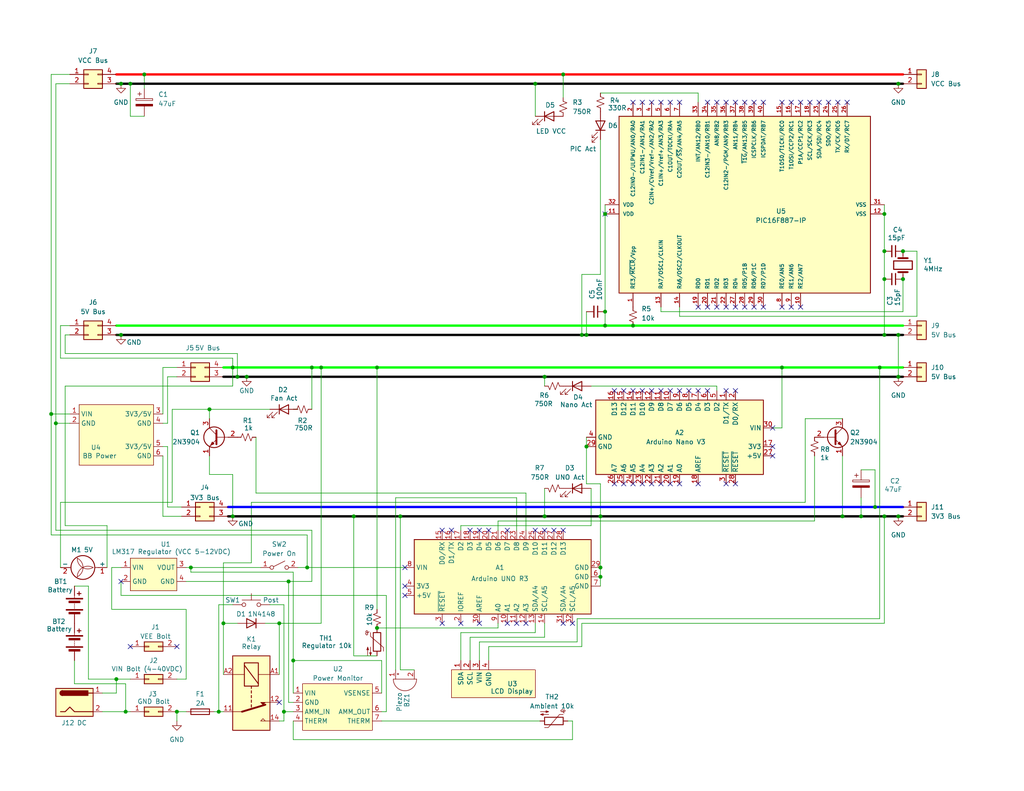
<source format=kicad_sch>
(kicad_sch (version 20250114) (generator "eeschema") (generator_version "9.0")
  (paper "USLetter")
  (title_block (title "Board") (date "2024-04-15") (rev "1") (company "Illusion Interactive"))
  (lib_symbols
    (symbol "Connector:Jack-DC" (pin_names (offset 1.016))
      (property "Reference" "J" (at 0 5.334 0))
      (property "Value" "Jack-DC" (at 0 -5.08 0))
      (symbol "Jack-DC_1_1"
        (pin passive line (at 7.62 2.54 180) (length 2.54) (name "~") (number "1"))
        (pin passive line (at 7.62 -2.54 180) (length 2.54) (name "~") (number "2"))
      )
    )
    (symbol "Connector_Generic:Conn_01x02" (pin_names (offset 1.016) (hide yes))
      (property "Reference" "J" (at 0 2.54 0))
      (property "Value" "Conn_01x02" (at 0 -5.08 0))
      (symbol "Conn_01x02_1_1"
        (pin passive line (at -5.08 0 0) (length 3.81) (name "Pin_1") (number "1"))
        (pin passive line (at -5.08 -2.54 0) (length 3.81) (name "Pin_2") (number "2"))
      )
    )
    (symbol "Connector_Generic:Conn_02x01" (pin_names (offset 1.016) (hide yes))
      (property "Reference" "J" (at 1.27 2.54 0))
      (property "Value" "Conn_02x01" (at 1.27 -2.54 0))
      (symbol "Conn_02x01_1_1"
        (pin passive line (at -5.08 0 0) (length 3.81) (name "Pin_1") (number "1"))
        (pin passive line (at 7.62 0 180) (length 3.81) (name "Pin_2") (number "2"))
      )
    )
    (symbol "Connector_Generic:Conn_02x02_Counter_Clockwise" (pin_names (offset 1.016) (hide yes))
      (property "Reference" "J" (at 1.27 2.54 0))
      (property "Value" "Conn_02x02_Counter_Clockwise" (at 1.27 -5.08 0))
      (symbol "Conn_02x02_Counter_Clockwise_1_1"
        (pin passive line (at -5.08 0 0) (length 3.81) (name "Pin_1") (number "1"))
        (pin passive line (at -5.08 -2.54 0) (length 3.81) (name "Pin_2") (number "2"))
        (pin passive line (at 7.62 0 180) (length 3.81) (name "Pin_4") (number "4"))
        (pin passive line (at 7.62 -2.54 180) (length 3.81) (name "Pin_3") (number "3"))
      )
    )
    (symbol "Custom:Breadboard_Power"
      (property "Reference" "U" (at 0 0 0))
      (symbol "Breadboard_Power_1_1"
        (pin input line (at -12.7 -5.08 0) (length 2.54) (name "VIN") (number "1"))
        (pin input line (at -12.7 -7.62 0) (length 2.54) (name "GND") (number "2"))
        (pin output line (at 12.7 -5.08 180) (length 2.54) (name "3V3/5V") (number "3"))
        (pin output line (at 12.7 -7.62 180) (length 2.54) (name "GND") (number "4"))
        (pin output line (at 12.7 -13.97 180) (length 2.54) (name "3V3/5V") (number "5"))
        (pin output line (at 12.7 -16.51 180) (length 2.54) (name "GND") (number "6"))
      )
    )
    (symbol "Custom:LCD"
      (property "Reference" "U" (at 3.81 0.254 0))
      (symbol "LCD_1_1"
        (pin input line (at -8.89 1.27 270) (length 2.54) (name "SDA") (number "1"))
        (pin input line (at -6.35 1.27 270) (length 2.54) (name "SCL") (number "2"))
        (pin input line (at -3.81 1.27 270) (length 2.54) (name "VIN") (number "3"))
        (pin input line (at -1.27 1.27 270) (length 2.54) (name "GND") (number "4"))
      )
    )
    (symbol "Custom:Power_Monitor"
      (property "Reference" "U" (at 1.27 16.002 0))
      (symbol "Power_Monitor_1_1"
        (pin input line (at -10.16 11.43 0) (length 2.54) (name "VIN") (number "1"))
        (pin input line (at -10.16 8.89 0) (length 2.54) (name "GND") (number "2"))
        (pin input line (at -10.16 6.35 0) (length 2.54) (name "AMM_IN") (number "3"))
        (pin input line (at -10.16 3.81 0) (length 2.54) (name "THERM") (number "4"))
        (pin input line (at 13.97 11.43 180) (length 2.54) (name "VSENSE") (number "5"))
        (pin input line (at 13.97 6.35 180) (length 2.54) (name "AMM_OUT") (number "6"))
        (pin input line (at 13.97 3.81 180) (length 2.54) (name "THERM") (number "7"))
      )
    )
    (symbol "Custom:Voltage_Regulator"
      (property "Reference" "U" (at 0.508 -0.762 0))
      (symbol "Voltage_Regulator_1_1"
        (pin input line (at -7.62 -5.08 0) (length 2.54) (name "VIN") (number "1"))
        (pin input line (at -7.62 -8.89 0) (length 2.54) (name "GND") (number "2"))
        (pin output line (at 10.16 -5.08 180) (length 2.54) (name "VOUT") (number "3"))
        (pin output line (at 10.16 -8.89 180) (length 2.54) (name "GND") (number "4"))
      )
    )
    (symbol "Device:Battery" (pin_numbers (hide yes)) (pin_names (offset 0) (hide yes))
      (property "Reference" "BT" (at 2.54 2.54 0))
      (property "Value" "Battery" (at 2.54 0 0))
      (symbol "Battery_1_1"
        (pin passive line (at 0 5.08 270) (length 2.54) (name "+") (number "1"))
        (pin passive line (at 0 -5.08 90) (length 2.54) (name "-") (number "2"))
      )
    )
    (symbol "Device:Buzzer" (pin_names (offset 0.0254) (hide yes))
      (property "Reference" "BZ" (at 3.81 1.27 0))
      (property "Value" "Buzzer" (at 3.81 -1.27 0))
      (symbol "Buzzer_1_1"
        (pin passive line (at -2.54 2.54 0) (length 2.54) (name "+") (number "1"))
        (pin passive line (at -2.54 -2.54 0) (length 2.54) (name "-") (number "2"))
      )
    )
    (symbol "Device:C_Polarized" (pin_numbers (hide yes)) (pin_names (offset 0.254))
      (property "Reference" "C" (at 0.635 2.54 0))
      (property "Value" "C_Polarized" (at 0.635 -2.54 0))
      (symbol "C_Polarized_1_1"
        (pin passive line (at 0 3.81 270) (length 2.794) (name "~") (number "1"))
        (pin passive line (at 0 -3.81 90) (length 2.794) (name "~") (number "2"))
      )
    )
    (symbol "Device:C_Small" (pin_numbers (hide yes)) (pin_names (offset 0.254) (hide yes))
      (property "Reference" "C" (at 0.254 1.778 0))
      (property "Value" "C_Small" (at 0.254 -2.032 0))
      (symbol "C_Small_1_1"
        (pin passive line (at 0 2.54 270) (length 2.032) (name "~") (number "1"))
        (pin passive line (at 0 -2.54 90) (length 2.032) (name "~") (number "2"))
      )
    )
    (symbol "Device:Crystal" (pin_numbers (hide yes)) (pin_names (offset 1.016) (hide yes))
      (property "Reference" "Y" (at 0 3.81 0))
      (property "Value" "Crystal" (at 0 -3.81 0))
      (symbol "Crystal_1_1"
        (pin passive line (at -3.81 0 0) (length 1.27) (name "1") (number "1"))
        (pin passive line (at 3.81 0 180) (length 1.27) (name "2") (number "2"))
      )
    )
    (symbol "Device:Fuse" (pin_numbers (hide yes)) (pin_names (offset 0))
      (property "Reference" "F" (at 2.032 0 90))
      (property "Value" "Fuse" (at -1.905 0 90))
      (symbol "Fuse_1_1"
        (pin passive line (at 0 3.81 270) (length 1.27) (name "~") (number "1"))
        (pin passive line (at 0 -3.81 90) (length 1.27) (name "~") (number "2"))
      )
    )
    (symbol "Device:LED" (pin_numbers (hide yes)) (pin_names (offset 1.016) (hide yes))
      (property "Reference" "D" (at 0 2.54 0))
      (property "Value" "LED" (at 0 -2.54 0))
      (symbol "LED_1_1"
        (pin passive line (at -3.81 0 0) (length 2.54) (name "K") (number "1"))
        (pin passive line (at 3.81 0 180) (length 2.54) (name "A") (number "2"))
      )
    )
    (symbol "Device:R_Small_US" (pin_numbers (hide yes)) (pin_names (offset 0.254) (hide yes))
      (property "Reference" "R" (at 0.762 0.508 0))
      (property "Value" "R_Small_US" (at 0.762 -1.016 0))
      (symbol "R_Small_US_1_1"
        (pin passive line (at 0 2.54 270) (length 1.016) (name "~") (number "1"))
        (pin passive line (at 0 -2.54 90) (length 1.016) (name "~") (number "2"))
      )
    )
    (symbol "Device:Thermistor_NTC" (pin_numbers (hide yes)) (pin_names (offset 0))
      (property "Reference" "TH" (at -4.445 0 90))
      (property "Value" "Thermistor_NTC" (at 3.175 0 90))
      (symbol "Thermistor_NTC_1_1"
        (pin passive line (at 0 3.81 270) (length 1.27) (name "~") (number "1"))
        (pin passive line (at 0 -3.81 90) (length 1.27) (name "~") (number "2"))
      )
    )
    (symbol "Diode:1N4001" (pin_numbers (hide yes)) (pin_names (hide yes))
      (property "Reference" "D" (at 0 2.54 0))
      (property "Value" "1N4001" (at 0 -2.54 0))
      (symbol "1N4001_1_1"
        (pin passive line (at -3.81 0 0) (length 2.54) (name "K") (number "1"))
        (pin passive line (at 3.81 0 180) (length 2.54) (name "A") (number "2"))
      )
    )
    (symbol "MCU_Microchip_PIC16:PIC16F887-IP" (pin_names (offset 1.016))
      (property "Reference" "U" (at 6.35 38.1 0))
      (property "Value" "PIC16F887-IP" (at 6.35 35.56 0))
      (symbol "PIC16F887-IP_1_1"
        (pin input line (at -27.94 30.48 0) (length 3.81) (name "RE3/~{MCLR}/Vpp") (number "1"))
        (pin bidirectional line (at -27.94 22.86 0) (length 3.81) (name "RA7/OSC1/CLKIN") (number "13"))
        (pin bidirectional line (at -27.94 17.78 0) (length 3.81) (name "RA6/OSC2/CLKOUT") (number "14"))
        (pin bidirectional line (at -27.94 12.7 0) (length 3.81) (name "RD0") (number "19"))
        (pin bidirectional line (at -27.94 10.16 0) (length 3.81) (name "RD1") (number "20"))
        (pin bidirectional line (at -27.94 7.62 0) (length 3.81) (name "RD2") (number "21"))
        (pin bidirectional line (at -27.94 5.08 0) (length 3.81) (name "RD3") (number "22"))
        (pin bidirectional line (at -27.94 2.54 0) (length 3.81) (name "RD4") (number "27"))
        (pin bidirectional line (at -27.94 0 0) (length 3.81) (name "RD5/P1B") (number "28"))
        (pin bidirectional line (at -27.94 -2.54 0) (length 3.81) (name "RD6/P1C") (number "29"))
        (pin bidirectional line (at -27.94 -5.08 0) (length 3.81) (name "RD7/P1D") (number "30"))
        (pin bidirectional line (at -27.94 -10.16 0) (length 3.81) (name "RE0/AN5") (number "8"))
        (pin bidirectional line (at -27.94 -12.7 0) (length 3.81) (name "RE1/AN6") (number "9"))
        (pin bidirectional line (at -27.94 -15.24 0) (length 3.81) (name "RE2/AN7") (number "10"))
        (pin power_in line (at -2.54 38.1 270) (length 3.81) (name "VDD") (number "11"))
        (pin power_in line (at -2.54 -38.1 90) (length 3.81) (name "VSS") (number "12"))
        (pin power_in line (at 0 38.1 270) (length 3.81) (name "VDD") (number "32"))
        (pin power_in line (at 0 -38.1 90) (length 3.81) (name "VSS") (number "31"))
        (pin bidirectional line (at 27.94 30.48 180) (length 3.81) (name "C12IN0-/ULPWU/AN0/RA0") (number "2"))
        (pin bidirectional line (at 27.94 27.94 180) (length 3.81) (name "C12IN1-/AN1/RA1") (number "3"))
        (pin bidirectional line (at 27.94 25.4 180) (length 3.81) (name "C2IN+/CVref/Vref-/AN2/RA2") (number "4"))
        (pin bidirectional line (at 27.94 22.86 180) (length 3.81) (name "C1IN+/Vref+/AN3/RA3") (number "5"))
        (pin bidirectional line (at 27.94 20.32 180) (length 3.81) (name "C1OUT/T0CKI/RA4") (number "6"))
        (pin bidirectional line (at 27.94 17.78 180) (length 3.81) (name "C2OUT/~{SS}/AN4/RA5") (number "7"))
        (pin bidirectional line (at 27.94 12.7 180) (length 3.81) (name "INT/AN12/RB0") (number "33"))
        (pin bidirectional line (at 27.94 10.16 180) (length 3.81) (name "C12IN3-/AN10/RB1") (number "34"))
        (pin bidirectional line (at 27.94 7.62 180) (length 3.81) (name "AN8/RB2") (number "35"))
        (pin bidirectional line (at 27.94 5.08 180) (length 3.81) (name "C12IN2-/PGM/AN9/RB3") (number "36"))
        (pin bidirectional line (at 27.94 2.54 180) (length 3.81) (name "AN11/RB4") (number "37"))
        (pin bidirectional line (at 27.94 0 180) (length 3.81) (name "~{T1G}/AN13/RB5") (number "38"))
        (pin bidirectional line (at 27.94 -2.54 180) (length 3.81) (name "ICSPCLK/RB6") (number "39"))
        (pin bidirectional line (at 27.94 -5.08 180) (length 3.81) (name "ICSPDAT/RB7") (number "40"))
        (pin bidirectional line (at 27.94 -10.16 180) (length 3.81) (name "T10S0/T1CKI/RC0") (number "15"))
        (pin bidirectional line (at 27.94 -12.7 180) (length 3.81) (name "T1OSI/CCP2/RC1") (number "16"))
        (pin bidirectional line (at 27.94 -15.24 180) (length 3.81) (name "P1A/CCP1/RC2") (number "17"))
        (pin bidirectional line (at 27.94 -17.78 180) (length 3.81) (name "SCL/SCK/RC3") (number "18"))
        (pin bidirectional line (at 27.94 -20.32 180) (length 3.81) (name "SDA/SDI/RC4") (number "23"))
        (pin bidirectional line (at 27.94 -22.86 180) (length 3.81) (name "SDO/RC5") (number "24"))
        (pin bidirectional line (at 27.94 -25.4 180) (length 3.81) (name "TX/CK/RC6") (number "25"))
        (pin bidirectional line (at 27.94 -27.94 180) (length 3.81) (name "RX/DT/RC7") (number "26"))
      )
    )
    (symbol "MCU_Module:Arduino_Nano_v3.x"
      (property "Reference" "A" (at -10.16 23.495 0))
      (property "Value" "Arduino_Nano_v3.x" (at 5.08 -24.13 0))
      (symbol "Arduino_Nano_v3.x_1_1"
        (pin bidirectional line (at -12.7 15.24 0) (length 2.54) (name "D0/RX") (number "2"))
        (pin bidirectional line (at -12.7 12.7 0) (length 2.54) (name "D1/TX") (number "1"))
        (pin bidirectional line (at -12.7 10.16 0) (length 2.54) (name "D2") (number "5"))
        (pin bidirectional line (at -12.7 7.62 0) (length 2.54) (name "D3") (number "6"))
        (pin bidirectional line (at -12.7 5.08 0) (length 2.54) (name "D4") (number "7"))
        (pin bidirectional line (at -12.7 2.54 0) (length 2.54) (name "D5") (number "8"))
        (pin bidirectional line (at -12.7 0 0) (length 2.54) (name "D6") (number "9"))
        (pin bidirectional line (at -12.7 -2.54 0) (length 2.54) (name "D7") (number "10"))
        (pin bidirectional line (at -12.7 -5.08 0) (length 2.54) (name "D8") (number "11"))
        (pin bidirectional line (at -12.7 -7.62 0) (length 2.54) (name "D9") (number "12"))
        (pin bidirectional line (at -12.7 -10.16 0) (length 2.54) (name "D10") (number "13"))
        (pin bidirectional line (at -12.7 -12.7 0) (length 2.54) (name "D11") (number "14"))
        (pin bidirectional line (at -12.7 -15.24 0) (length 2.54) (name "D12") (number "15"))
        (pin bidirectional line (at -12.7 -17.78 0) (length 2.54) (name "D13") (number "16"))
        (pin power_in line (at -2.54 25.4 270) (length 2.54) (name "VIN") (number "30"))
        (pin power_in line (at 0 -25.4 90) (length 2.54) (name "GND") (number "4"))
        (pin power_out line (at 2.54 25.4 270) (length 2.54) (name "3V3") (number "17"))
        (pin power_in line (at 2.54 -25.4 90) (length 2.54) (name "GND") (number "29"))
        (pin power_out line (at 5.08 25.4 270) (length 2.54) (name "+5V") (number "27"))
        (pin input line (at 12.7 15.24 180) (length 2.54) (name "~{RESET}") (number "28"))
        (pin input line (at 12.7 12.7 180) (length 2.54) (name "~{RESET}") (number "3"))
        (pin input line (at 12.7 5.08 180) (length 2.54) (name "AREF") (number "18"))
        (pin bidirectional line (at 12.7 0 180) (length 2.54) (name "A0") (number "19"))
        (pin bidirectional line (at 12.7 -2.54 180) (length 2.54) (name "A1") (number "20"))
        (pin bidirectional line (at 12.7 -5.08 180) (length 2.54) (name "A2") (number "21"))
        (pin bidirectional line (at 12.7 -7.62 180) (length 2.54) (name "A3") (number "22"))
        (pin bidirectional line (at 12.7 -10.16 180) (length 2.54) (name "A4") (number "23"))
        (pin bidirectional line (at 12.7 -12.7 180) (length 2.54) (name "A5") (number "24"))
        (pin bidirectional line (at 12.7 -15.24 180) (length 2.54) (name "A6") (number "25"))
        (pin bidirectional line (at 12.7 -17.78 180) (length 2.54) (name "A7") (number "26"))
      )
    )
    (symbol "MCU_Module:Arduino_UNO_R3"
      (property "Reference" "A" (at -10.16 23.495 0))
      (property "Value" "Arduino_UNO_R3" (at 5.08 -26.67 0))
      (symbol "Arduino_UNO_R3_1_1"
        (pin bidirectional line (at -12.7 15.24 0) (length 2.54) (name "D0/RX") (number "15"))
        (pin bidirectional line (at -12.7 12.7 0) (length 2.54) (name "D1/TX") (number "16"))
        (pin bidirectional line (at -12.7 10.16 0) (length 2.54) (name "D2") (number "17"))
        (pin bidirectional line (at -12.7 7.62 0) (length 2.54) (name "D3") (number "18"))
        (pin bidirectional line (at -12.7 5.08 0) (length 2.54) (name "D4") (number "19"))
        (pin bidirectional line (at -12.7 2.54 0) (length 2.54) (name "D5") (number "20"))
        (pin bidirectional line (at -12.7 0 0) (length 2.54) (name "D6") (number "21"))
        (pin bidirectional line (at -12.7 -2.54 0) (length 2.54) (name "D7") (number "22"))
        (pin bidirectional line (at -12.7 -5.08 0) (length 2.54) (name "D8") (number "23"))
        (pin bidirectional line (at -12.7 -7.62 0) (length 2.54) (name "D9") (number "24"))
        (pin bidirectional line (at -12.7 -10.16 0) (length 2.54) (name "D10") (number "25"))
        (pin bidirectional line (at -12.7 -12.7 0) (length 2.54) (name "D11") (number "26"))
        (pin bidirectional line (at -12.7 -15.24 0) (length 2.54) (name "D12") (number "27"))
        (pin bidirectional line (at -12.7 -17.78 0) (length 2.54) (name "D13") (number "28"))
        (pin no_connect line (at -10.16 -20.32 0) (length 2.54) (hide yes) (name "NC") (number "1"))
        (pin power_in line (at -2.54 25.4 270) (length 2.54) (name "VIN") (number "8"))
        (pin power_in line (at -2.54 -27.94 90) (length 2.54) (name "GND") (number "29"))
        (pin power_in line (at 0 -27.94 90) (length 2.54) (name "GND") (number "6"))
        (pin power_out line (at 2.54 25.4 270) (length 2.54) (name "3V3") (number "4"))
        (pin power_in line (at 2.54 -27.94 90) (length 2.54) (name "GND") (number "7"))
        (pin power_out line (at 5.08 25.4 270) (length 2.54) (name "+5V") (number "5"))
        (pin input line (at 12.7 15.24 180) (length 2.54) (name "~{RESET}") (number "3"))
        (pin output line (at 12.7 10.16 180) (length 2.54) (name "IOREF") (number "2"))
        (pin input line (at 12.7 5.08 180) (length 2.54) (name "AREF") (number "30"))
        (pin bidirectional line (at 12.7 0 180) (length 2.54) (name "A0") (number "9"))
        (pin bidirectional line (at 12.7 -2.54 180) (length 2.54) (name "A1") (number "10"))
        (pin bidirectional line (at 12.7 -5.08 180) (length 2.54) (name "A2") (number "11"))
        (pin bidirectional line (at 12.7 -7.62 180) (length 2.54) (name "A3") (number "12"))
        (pin bidirectional line (at 12.7 -10.16 180) (length 2.54) (name "SDA/A4") (number "13"))
        (pin bidirectional line (at 12.7 -12.7 180) (length 2.54) (name "SCL/A5") (number "14"))
        (pin bidirectional line (at 12.7 -17.78 180) (length 2.54) (name "SDA/A4") (number "31"))
        (pin bidirectional line (at 12.7 -20.32 180) (length 2.54) (name "SCL/A5") (number "32"))
      )
    )
    (symbol "Motor:Fan" (pin_names (offset 0))
      (property "Reference" "M" (at 2.54 5.08 0))
      (property "Value" "Fan" (at 2.54 -2.54 0))
      (symbol "Fan_1_1"
        (pin passive line (at 0 7.62 270) (length 2.54) (name "+") (number "1"))
        (pin passive line (at 0 -5.08 90) (length 2.54) (name "-") (number "2"))
      )
    )
    (symbol "Relay:Relay_SPDT"
      (property "Reference" "K" (at 11.43 3.81 0))
      (property "Value" "Relay_SPDT" (at 11.43 1.27 0))
      (symbol "Relay_SPDT_1_1"
        (pin passive line (at -5.08 7.62 270) (length 2.54) (name "~") (number "A1"))
        (pin passive line (at -5.08 -7.62 90) (length 2.54) (name "~") (number "A2"))
        (pin passive line (at 2.54 7.62 270) (length 2.54) (name "~") (number "12"))
        (pin passive line (at 5.08 -7.62 90) (length 2.54) (name "~") (number "11"))
        (pin passive line (at 7.62 7.62 270) (length 2.54) (name "~") (number "14"))
      )
    )
    (symbol "Switch:SW_Push" (pin_numbers (hide yes)) (pin_names (offset 1.016) (hide yes))
      (property "Reference" "SW" (at 1.27 2.54 0))
      (property "Value" "SW_Push" (at 0 -1.524 0))
      (symbol "SW_Push_0_1"
        (pin passive line (at -5.08 0 0) (length 2.54) (name "1") (number "1"))
        (pin passive line (at 5.08 0 180) (length 2.54) (name "2") (number "2"))
      )
    )
    (symbol "Switch:SW_SPST" (pin_names (offset 0) (hide yes))
      (property "Reference" "SW" (at 0 3.175 0))
      (property "Value" "SW_SPST" (at 0 -2.54 0))
      (symbol "SW_SPST_1_1"
        (pin passive line (at -5.08 0 0) (length 2.54) (name "A") (number "1"))
        (pin passive line (at 5.08 0 180) (length 2.54) (name "B") (number "2"))
      )
    )
    (symbol "Transistor_BJT:2N3904" (pin_names (offset 0) (hide yes))
      (property "Reference" "Q" (at 5.08 1.905 0))
      (property "Value" "2N3904" (at 5.08 0 0))
      (symbol "2N3904_1_1"
        (pin input line (at -5.08 0 0) (length 2.54) (name "B") (number "2"))
        (pin passive line (at 2.54 5.08 270) (length 2.54) (name "C") (number "3"))
        (pin passive line (at 2.54 -5.08 90) (length 2.54) (name "E") (number "1"))
      )
    )
    (symbol "power:GND" (power) (pin_numbers (hide yes)) (pin_names (offset 0) (hide yes))
      (property "Value" "GND" (at 0 -3.81 0))
      (symbol "GND_1_1"
        (pin power_in line (at 0 0 270) (length 0) (name "~") (number "1"))
      )
    )
  )
  (junction (at 245.11 140.97))
  (junction (at 109.22 140.97))
  (junction (at 213.36 100.33))
  (junction (at 163.83 157.48))
  (junction (at 165.1 88.9))
  (junction (at 63.5 140.97))
  (junction (at 245.11 102.87))
  (junction (at 31.75 185.42))
  (junction (at 52.07 154.94))
  (junction (at 87.63 100.33))
  (junction (at 80.01 180.34))
  (junction (at 96.52 140.97))
  (junction (at 102.87 171.45))
  (junction (at 241.3 140.97))
  (junction (at 148.59 140.97))
  (junction (at 160.02 121.92))
  (junction (at 102.87 100.33))
  (junction (at 34.29 194.31))
  (junction (at 158.75 91.44))
  (junction (at 229.87 140.97))
  (junction (at 146.05 22.86))
  (junction (at 234.95 140.97))
  (junction (at 240.03 100.33))
  (junction (at 172.72 88.9))
  (junction (at 163.83 140.97))
  (junction (at 153.67 20.32))
  (junction (at 33.02 91.44))
  (junction (at 39.37 20.32))
  (junction (at 245.11 22.86))
  (junction (at 148.59 102.87))
  (junction (at 241.3 76.2))
  (junction (at 15.24 115.57))
  (junction (at 35.56 22.86))
  (junction (at 245.11 91.44))
  (junction (at 241.3 68.58))
  (junction (at 67.31 102.87))
  (junction (at 241.3 91.44))
  (junction (at 85.09 100.33))
  (junction (at 77.47 194.31))
  (junction (at 246.38 76.2))
  (junction (at 60.96 170.18))
  (junction (at 63.5 100.33))
  (junction (at 246.38 68.58))
  (junction (at 78.74 158.75))
  (junction (at 76.2 170.18))
  (junction (at 165.1 85.09))
  (junction (at 160.02 91.44))
  (junction (at 83.82 154.94))
  (junction (at 241.3 58.42))
  (junction (at 33.02 22.86))
  (junction (at 163.83 154.94))
  (junction (at 48.26 194.31))
  (junction (at 165.1 58.42))
  (junction (at 238.76 138.43))
  (junction (at 59.69 194.31))
  (junction (at 13.97 113.03))
  (junction (at 64.77 102.87))
  (junction (at 57.15 111.76))
  (no_connect (at 213.36 83.82))
  (no_connect (at 120.65 144.78))
  (no_connect (at 203.2 27.94))
  (no_connect (at 205.74 27.94))
  (no_connect (at 185.42 27.94))
  (no_connect (at 123.19 144.78))
  (no_connect (at 180.34 106.68))
  (no_connect (at 177.8 27.94))
  (no_connect (at 200.66 83.82))
  (no_connect (at 110.49 154.94))
  (no_connect (at 218.44 27.94))
  (no_connect (at 110.49 162.56))
  (no_connect (at 167.64 132.08))
  (no_connect (at 198.12 132.08))
  (no_connect (at 151.13 144.78))
  (no_connect (at 213.36 27.94))
  (no_connect (at 170.18 106.68))
  (no_connect (at 133.35 144.78))
  (no_connect (at 170.18 132.08))
  (no_connect (at 198.12 106.68))
  (no_connect (at 48.26 176.53))
  (no_connect (at 215.9 83.82))
  (no_connect (at 190.5 83.82))
  (no_connect (at 208.28 27.94))
  (no_connect (at 153.67 170.18))
  (no_connect (at 200.66 106.68))
  (no_connect (at 175.26 106.68))
  (no_connect (at 172.72 106.68))
  (no_connect (at 110.49 160.02))
  (no_connect (at 172.72 27.94))
  (no_connect (at 210.82 116.84))
  (no_connect (at 130.81 144.78))
  (no_connect (at 231.14 27.94))
  (no_connect (at 203.2 83.82))
  (no_connect (at 193.04 83.82))
  (no_connect (at 175.26 132.08))
  (no_connect (at 175.26 27.94))
  (no_connect (at 215.9 27.94))
  (no_connect (at 143.51 170.18))
  (no_connect (at 140.97 170.18))
  (no_connect (at 190.5 106.68))
  (no_connect (at 195.58 83.82))
  (no_connect (at 148.59 144.78))
  (no_connect (at 185.42 132.08))
  (no_connect (at 190.5 132.08))
  (no_connect (at 146.05 144.78))
  (no_connect (at 138.43 144.78))
  (no_connect (at 228.6 27.94))
  (no_connect (at 165.1 58.42))
  (no_connect (at 208.28 83.82))
  (no_connect (at 226.06 27.94))
  (no_connect (at 193.04 106.68))
  (no_connect (at 156.21 170.18))
  (no_connect (at 182.88 27.94))
  (no_connect (at 195.58 27.94))
  (no_connect (at 220.98 27.94))
  (no_connect (at 180.34 27.94))
  (no_connect (at 198.12 27.94))
  (no_connect (at 33.02 158.75))
  (no_connect (at 128.27 144.78))
  (no_connect (at 210.82 121.92))
  (no_connect (at 198.12 83.82))
  (no_connect (at 205.74 83.82))
  (no_connect (at 223.52 27.94))
  (no_connect (at 200.66 132.08))
  (no_connect (at 130.81 170.18))
  (no_connect (at 120.65 170.18))
  (no_connect (at 182.88 106.68))
  (no_connect (at 180.34 132.08))
  (no_connect (at 138.43 170.18))
  (no_connect (at 193.04 27.94))
  (no_connect (at 177.8 132.08))
  (no_connect (at 210.82 124.46))
  (no_connect (at 218.44 83.82))
  (no_connect (at 182.88 132.08))
  (no_connect (at 35.56 176.53))
  (no_connect (at 125.73 170.18))
  (no_connect (at 167.64 106.68))
  (no_connect (at 76.2 191.77))
  (no_connect (at 153.67 144.78))
  (no_connect (at 177.8 106.68))
  (no_connect (at 185.42 106.68))
  (no_connect (at 187.96 106.68))
  (no_connect (at 172.72 132.08))
  (no_connect (at 200.66 27.94))
  (wire (pts (xy 156.21 201.93) (xy 80.01 201.93)))
  (wire (pts (xy 250.19 86.36) (xy 250.19 68.58)))
  (wire (pts (xy 48.26 194.31) (xy 48.26 196.85)))
  (wire (pts (xy 241.3 76.2) (xy 241.3 91.44)))
  (wire (pts (xy 48.26 194.31) (xy 50.8 194.31)))
  (wire (pts (xy 13.97 146.05) (xy 13.97 113.03)))
  (wire (pts (xy 60.96 184.15) (xy 60.96 170.18)))
  (wire (pts (xy 128.27 173.99) (xy 148.59 173.99)))
  (wire (pts (xy 157.48 168.91) (xy 240.03 168.91)))
  (wire (pts (xy 133.35 180.34) (xy 133.35 176.53)))
  (wire (pts (xy 87.63 100.33) (xy 87.63 170.18)))
  (wire (pts (xy 60.96 170.18) (xy 64.77 170.18)))
  (wire (pts (xy 45.72 121.92) (xy 45.72 138.43)))
  (wire (pts (xy 20.32 186.69) (xy 34.29 186.69)))
  (wire (pts (xy 44.45 100.33) (xy 48.26 100.33)))
  (wire (pts (xy 73.66 165.1) (xy 77.47 165.1)))
  (wire (pts (xy 13.97 113.03) (xy 13.97 20.32)))
  (wire (pts (xy 33.02 22.86) (xy 31.75 22.86)))
  (wire (pts (xy 77.47 194.31) (xy 80.01 194.31)))
  (wire (pts (xy 160.02 91.44) (xy 241.3 91.44)) (stroke (width 0.635) (color 0 0 0 1)))
  (wire (pts (xy 20.32 160.02) (xy 24.13 160.02)))
  (wire (pts (xy 96.52 140.97) (xy 96.52 179.07)))
  (wire (pts (xy 245.11 22.86) (xy 246.38 22.86)) (stroke (width 0.635) (color 0 0 0 1)))
  (wire (pts (xy 163.83 140.97) (xy 229.87 140.97)) (stroke (width 0.635) (color 0 0 0 1)))
  (wire (pts (xy 30.48 154.94) (xy 33.02 154.94)))
  (wire (pts (xy 33.02 22.86) (xy 35.56 22.86)) (stroke (width 0.635) (color 0 0 0 1)))
  (wire (pts (xy 210.82 116.84) (xy 213.36 116.84)))
  (wire (pts (xy 64.77 102.87) (xy 67.31 102.87)) (stroke (width 0.635) (color 0 0 0 1)))
  (wire (pts (xy 165.1 55.88) (xy 165.1 58.42)))
  (wire (pts (xy 16.51 137.16) (xy 46.99 137.16)))
  (wire (pts (xy 148.59 140.97) (xy 163.83 140.97)) (stroke (width 0.635) (color 0 0 0 1)))
  (wire (pts (xy 245.11 102.87) (xy 246.38 102.87)) (stroke (width 0.635) (color 0 0 0 1)))
  (wire (pts (xy 102.87 100.33) (xy 102.87 166.37)))
  (wire (pts (xy 107.95 135.89) (xy 107.95 182.88)))
  (wire (pts (xy 148.59 102.87) (xy 245.11 102.87)) (stroke (width 0.635) (color 0 0 0 1)))
  (wire (pts (xy 67.31 102.87) (xy 148.59 102.87)) (stroke (width 0.635) (color 0 0 0 1)))
  (wire (pts (xy 63.5 129.54) (xy 57.15 129.54)))
  (wire (pts (xy 163.83 132.08) (xy 160.02 132.08)))
  (wire (pts (xy 80.01 180.34) (xy 104.14 180.34)))
  (wire (pts (xy 163.83 140.97) (xy 163.83 154.94)))
  (wire (pts (xy 57.15 129.54) (xy 57.15 124.46)))
  (wire (pts (xy 241.3 55.88) (xy 241.3 58.42)))
  (wire (pts (xy 109.22 182.88) (xy 109.22 140.97)))
  (wire (pts (xy 44.45 140.97) (xy 49.53 140.97)))
  (wire (pts (xy 241.3 140.97) (xy 241.3 170.18)))
  (wire (pts (xy 59.69 194.31) (xy 59.69 165.1)))
  (wire (pts (xy 143.51 134.62) (xy 143.51 144.78)))
  (wire (pts (xy 135.89 144.78) (xy 135.89 142.24)))
  (wire (pts (xy 163.83 74.93) (xy 158.75 74.93)))
  (wire (pts (xy 80.01 196.85) (xy 80.01 201.93)))
  (wire (pts (xy 195.58 106.68) (xy 195.58 105.41)))
  (wire (pts (xy 140.97 135.89) (xy 107.95 135.89)))
  (wire (pts (xy 31.75 91.44) (xy 33.02 91.44)) (stroke (width 0.635) (color 0 0 0 1)))
  (wire (pts (xy 80.01 180.34) (xy 80.01 156.21)))
  (wire (pts (xy 161.29 143.51) (xy 125.73 143.51)))
  (wire (pts (xy 44.45 115.57) (xy 45.72 115.57)))
  (wire (pts (xy 29.21 143.51) (xy 29.21 154.94)))
  (wire (pts (xy 33.02 162.56) (xy 33.02 158.75)))
  (wire (pts (xy 24.13 160.02) (xy 24.13 185.42)))
  (wire (pts (xy 15.24 115.57) (xy 15.24 22.86)))
  (wire (pts (xy 77.47 196.85) (xy 77.47 194.31)))
  (wire (pts (xy 158.75 74.93) (xy 158.75 91.44)))
  (wire (pts (xy 78.74 158.75) (xy 78.74 191.77)))
  (wire (pts (xy 163.83 154.94) (xy 163.83 157.48)))
  (wire (pts (xy 15.24 22.86) (xy 19.05 22.86)))
  (wire (pts (xy 158.75 91.44) (xy 160.02 91.44)) (stroke (width 0.635) (color 0 0 0 1)))
  (wire (pts (xy 59.69 165.1) (xy 63.5 165.1)))
  (wire (pts (xy 245.11 91.44) (xy 246.38 91.44)) (stroke (width 0.635) (color 0 0 0 1)))
  (wire (pts (xy 59.69 194.31) (xy 60.96 194.31)))
  (wire (pts (xy 31.75 189.23) (xy 31.75 185.42)))
  (wire (pts (xy 163.83 25.4) (xy 190.5 25.4)))
  (wire (pts (xy 45.72 102.87) (xy 48.26 102.87)))
  (wire (pts (xy 31.75 20.32) (xy 39.37 20.32)) (stroke (width 0.635) (color 255 0 0 1)))
  (wire (pts (xy 78.74 158.75) (xy 85.09 158.75)))
  (wire (pts (xy 135.89 170.18) (xy 135.89 171.45)))
  (wire (pts (xy 229.87 114.3) (xy 219.71 114.3)))
  (wire (pts (xy 77.47 165.1) (xy 77.47 194.31)))
  (wire (pts (xy 15.24 144.78) (xy 15.24 115.57)))
  (wire (pts (xy 241.3 140.97) (xy 245.11 140.97)) (stroke (width 0.635) (color 0 0 0 1)))
  (wire (pts (xy 133.35 176.53) (xy 158.75 176.53)))
  (wire (pts (xy 241.3 68.58) (xy 241.3 76.2)))
  (wire (pts (xy 161.29 133.35) (xy 161.29 143.51)))
  (wire (pts (xy 50.8 154.94) (xy 52.07 154.94)))
  (wire (pts (xy 157.48 175.26) (xy 157.48 168.91)))
  (wire (pts (xy 44.45 124.46) (xy 44.45 140.97)))
  (wire (pts (xy 125.73 143.51) (xy 125.73 144.78)))
  (wire (pts (xy 105.41 194.31) (xy 104.14 194.31)))
  (wire (pts (xy 240.03 100.33) (xy 240.03 168.91)))
  (wire (pts (xy 33.02 162.56) (xy 105.41 162.56)))
  (wire (pts (xy 222.25 124.46) (xy 222.25 142.24)))
  (wire (pts (xy 39.37 20.32) (xy 153.67 20.32)) (stroke (width 0.635) (color 255 0 0 1)))
  (wire (pts (xy 48.26 185.42) (xy 50.8 185.42)))
  (wire (pts (xy 76.2 170.18) (xy 76.2 184.15)))
  (wire (pts (xy 44.45 113.03) (xy 44.45 100.33)))
  (wire (pts (xy 140.97 144.78) (xy 140.97 135.89)))
  (wire (pts (xy 29.21 143.51) (xy 17.78 143.51)))
  (wire (pts (xy 160.02 85.09) (xy 160.02 91.44)))
  (wire (pts (xy 20.32 180.34) (xy 20.32 186.69)))
  (wire (pts (xy 35.56 22.86) (xy 35.56 31.75)))
  (wire (pts (xy 83.82 146.05) (xy 13.97 146.05)))
  (wire (pts (xy 31.75 185.42) (xy 35.56 185.42)))
  (wire (pts (xy 130.81 180.34) (xy 130.81 175.26)))
  (wire (pts (xy 68.58 137.16) (xy 68.58 153.67)))
  (wire (pts (xy 50.8 166.37) (xy 30.48 166.37)))
  (wire (pts (xy 180.34 83.82) (xy 180.34 85.09)))
  (wire (pts (xy 45.72 138.43) (xy 49.53 138.43)))
  (wire (pts (xy 104.14 196.85) (xy 147.32 196.85)))
  (wire (pts (xy 63.5 140.97) (xy 63.5 129.54)))
  (wire (pts (xy 57.15 111.76) (xy 73.66 111.76)))
  (wire (pts (xy 31.75 22.86) (xy 33.02 22.86)) (stroke (width 0.635) (color 0 0 0 1)))
  (wire (pts (xy 16.51 137.16) (xy 16.51 154.94)))
  (wire (pts (xy 33.02 91.44) (xy 158.75 91.44)) (stroke (width 0.635) (color 0 0 0 1)))
  (wire (pts (xy 17.78 105.41) (xy 17.78 143.51)))
  (wire (pts (xy 125.73 180.34) (xy 125.73 172.72)))
  (wire (pts (xy 160.02 119.38) (xy 160.02 121.92)))
  (wire (pts (xy 219.71 137.16) (xy 68.58 137.16)))
  (wire (pts (xy 234.95 135.89) (xy 234.95 140.97)))
  (wire (pts (xy 85.09 100.33) (xy 85.09 111.76)))
  (wire (pts (xy 113.03 182.88) (xy 109.22 182.88)))
  (wire (pts (xy 125.73 172.72) (xy 146.05 172.72)))
  (wire (pts (xy 229.87 140.97) (xy 234.95 140.97)) (stroke (width 0.635) (color 0 0 0 1)))
  (wire (pts (xy 63.5 100.33) (xy 63.5 105.41)))
  (wire (pts (xy 80.01 156.21) (xy 52.07 156.21)))
  (wire (pts (xy 148.59 170.18) (xy 148.59 173.99)))
  (wire (pts (xy 31.75 88.9) (xy 165.1 88.9)) (stroke (width 0.635) (color 0 255 0 1)))
  (wire (pts (xy 163.83 157.48) (xy 163.83 160.02)))
  (wire (pts (xy 245.11 91.44) (xy 245.11 102.87)))
  (wire (pts (xy 34.29 194.31) (xy 35.56 194.31)))
  (wire (pts (xy 213.36 100.33) (xy 240.03 100.33)) (stroke (width 0.635) (color 0 255 0 1)))
  (wire (pts (xy 13.97 20.32) (xy 19.05 20.32)))
  (wire (pts (xy 76.2 196.85) (xy 77.47 196.85)))
  (wire (pts (xy 158.75 176.53) (xy 158.75 170.18)))
  (wire (pts (xy 27.94 194.31) (xy 34.29 194.31)))
  (wire (pts (xy 81.28 111.76) (xy 80.01 111.76)))
  (wire (pts (xy 156.21 196.85) (xy 156.21 201.93)))
  (wire (pts (xy 64.77 96.52) (xy 17.78 96.52)))
  (wire (pts (xy 62.23 140.97) (xy 63.5 140.97)) (stroke (width 0.635) (color 0 0 0 1)))
  (wire (pts (xy 60.96 100.33) (xy 63.5 100.33)) (stroke (width 0.635) (color 0 255 0 1)))
  (wire (pts (xy 234.95 128.27) (xy 238.76 128.27)))
  (wire (pts (xy 185.42 86.36) (xy 250.19 86.36)))
  (wire (pts (xy 246.38 76.2) (xy 246.38 85.09)))
  (wire (pts (xy 17.78 105.41) (xy 63.5 105.41)))
  (wire (pts (xy 213.36 100.33) (xy 213.36 116.84)))
  (wire (pts (xy 78.74 191.77) (xy 80.01 191.77)))
  (wire (pts (xy 44.45 121.92) (xy 45.72 121.92)))
  (wire (pts (xy 219.71 114.3) (xy 219.71 137.16)))
  (wire (pts (xy 238.76 128.27) (xy 238.76 138.43)))
  (wire (pts (xy 241.3 91.44) (xy 245.11 91.44)) (stroke (width 0.635) (color 0 0 0 1)))
  (wire (pts (xy 241.3 58.42) (xy 241.3 68.58)))
  (wire (pts (xy 27.94 189.23) (xy 31.75 189.23)))
  (wire (pts (xy 83.82 154.94) (xy 110.49 154.94)))
  (wire (pts (xy 85.09 158.75) (xy 85.09 144.78)))
  (wire (pts (xy 30.48 166.37) (xy 30.48 154.94)))
  (wire (pts (xy 69.85 119.38) (xy 69.85 134.62)))
  (wire (pts (xy 39.37 20.32) (xy 39.37 24.13)))
  (wire (pts (xy 172.72 88.9) (xy 246.38 88.9)) (stroke (width 0.635) (color 0 255 0 1)))
  (wire (pts (xy 24.13 185.42) (xy 31.75 185.42)))
  (wire (pts (xy 163.83 132.08) (xy 163.83 140.97)))
  (wire (pts (xy 238.76 138.43) (xy 246.38 138.43)) (stroke (width 0.635) (color 0 0 255 1)))
  (wire (pts (xy 45.72 115.57) (xy 45.72 102.87)))
  (wire (pts (xy 102.87 179.07) (xy 96.52 179.07)))
  (wire (pts (xy 76.2 170.18) (xy 87.63 170.18)))
  (wire (pts (xy 17.78 91.44) (xy 17.78 96.52)))
  (wire (pts (xy 160.02 121.92) (xy 160.02 132.08)))
  (wire (pts (xy 13.97 113.03) (xy 19.05 113.03)))
  (wire (pts (xy 153.67 20.32) (xy 246.38 20.32)) (stroke (width 0.635) (color 255 0 0 1)))
  (wire (pts (xy 16.51 88.9) (xy 19.05 88.9)))
  (wire (pts (xy 69.85 134.62) (xy 143.51 134.62)))
  (wire (pts (xy 154.94 196.85) (xy 156.21 196.85)))
  (wire (pts (xy 63.5 100.33) (xy 63.5 97.79)))
  (wire (pts (xy 80.01 189.23) (xy 80.01 180.34)))
  (wire (pts (xy 246.38 85.09) (xy 180.34 85.09)))
  (wire (pts (xy 146.05 22.86) (xy 146.05 31.75)))
  (wire (pts (xy 34.29 186.69) (xy 34.29 194.31)))
  (wire (pts (xy 185.42 83.82) (xy 185.42 86.36)))
  (wire (pts (xy 15.24 115.57) (xy 19.05 115.57)))
  (wire (pts (xy 85.09 100.33) (xy 87.63 100.33)) (stroke (width 0.635) (color 0 255 0 1)))
  (wire (pts (xy 63.5 100.33) (xy 85.09 100.33)) (stroke (width 0.635) (color 0 255 0 1)))
  (wire (pts (xy 163.83 38.1) (xy 163.83 74.93)))
  (wire (pts (xy 72.39 170.18) (xy 76.2 170.18)))
  (wire (pts (xy 96.52 140.97) (xy 109.22 140.97)) (stroke (width 0.635) (color 0 0 0 1)))
  (wire (pts (xy 62.23 138.43) (xy 238.76 138.43)) (stroke (width 0.635) (color 0 0 255 1)))
  (wire (pts (xy 229.87 124.46) (xy 229.87 140.97)))
  (wire (pts (xy 148.59 133.35) (xy 148.59 140.97)))
  (wire (pts (xy 246.38 68.58) (xy 250.19 68.58)))
  (wire (pts (xy 52.07 154.94) (xy 71.12 154.94)))
  (wire (pts (xy 104.14 189.23) (xy 104.14 180.34)))
  (wire (pts (xy 17.78 91.44) (xy 19.05 91.44)))
  (wire (pts (xy 87.63 100.33) (xy 102.87 100.33)) (stroke (width 0.635) (color 0 255 0 1)))
  (wire (pts (xy 195.58 105.41) (xy 161.29 105.41)))
  (wire (pts (xy 52.07 156.21) (xy 52.07 154.94)))
  (wire (pts (xy 234.95 140.97) (xy 241.3 140.97)) (stroke (width 0.635) (color 0 0 0 1)))
  (wire (pts (xy 63.5 140.97) (xy 96.52 140.97)) (stroke (width 0.635) (color 0 0 0 1)))
  (wire (pts (xy 128.27 180.34) (xy 128.27 173.99)))
  (wire (pts (xy 165.1 58.42) (xy 165.1 85.09)))
  (wire (pts (xy 58.42 194.31) (xy 59.69 194.31)))
  (wire (pts (xy 190.5 27.94) (xy 190.5 25.4)))
  (wire (pts (xy 50.8 185.42) (xy 50.8 166.37)))
  (wire (pts (xy 165.1 88.9) (xy 172.72 88.9)) (stroke (width 0.635) (color 0 255 0 1)))
  (wire (pts (xy 60.96 102.87) (xy 64.77 102.87)) (stroke (width 0.635) (color 0 0 0 1)))
  (wire (pts (xy 153.67 20.32) (xy 153.67 26.67)))
  (wire (pts (xy 68.58 153.67) (xy 60.96 153.67)))
  (wire (pts (xy 102.87 171.45) (xy 135.89 171.45)))
  (wire (pts (xy 165.1 85.09) (xy 165.1 88.9)))
  (wire (pts (xy 35.56 22.86) (xy 146.05 22.86)) (stroke (width 0.635) (color 0 0 0 1)))
  (wire (pts (xy 64.77 102.87) (xy 64.77 96.52)))
  (wire (pts (xy 39.37 31.75) (xy 35.56 31.75)))
  (wire (pts (xy 109.22 140.97) (xy 148.59 140.97)) (stroke (width 0.635) (color 0 0 0 1)))
  (wire (pts (xy 245.11 140.97) (xy 246.38 140.97)) (stroke (width 0.635) (color 0 0 0 1)))
  (wire (pts (xy 57.15 111.76) (xy 46.99 111.76)))
  (wire (pts (xy 50.8 158.75) (xy 78.74 158.75)))
  (wire (pts (xy 33.02 91.44) (xy 31.75 91.44)))
  (wire (pts (xy 81.28 154.94) (xy 83.82 154.94)))
  (wire (pts (xy 60.96 153.67) (xy 60.96 170.18)))
  (wire (pts (xy 83.82 154.94) (xy 83.82 146.05)))
  (wire (pts (xy 130.81 175.26) (xy 157.48 175.26)))
  (wire (pts (xy 63.5 97.79) (xy 16.51 97.79)))
  (wire (pts (xy 102.87 100.33) (xy 213.36 100.33)) (stroke (width 0.635) (color 0 255 0 1)))
  (wire (pts (xy 158.75 170.18) (xy 241.3 170.18)))
  (wire (pts (xy 16.51 97.79) (xy 16.51 88.9)))
  (wire (pts (xy 46.99 111.76) (xy 46.99 137.16)))
  (wire (pts (xy 146.05 22.86) (xy 245.11 22.86)) (stroke (width 0.635) (color 0 0 0 1)))
  (wire (pts (xy 135.89 142.24) (xy 222.25 142.24)))
  (wire (pts (xy 148.59 102.87) (xy 148.59 105.41)))
  (wire (pts (xy 57.15 114.3) (xy 57.15 111.76)))
  (wire (pts (xy 15.24 144.78) (xy 85.09 144.78)))
  (wire (pts (xy 105.41 194.31) (xy 105.41 162.56)))
  (wire (pts (xy 146.05 170.18) (xy 146.05 172.72)))
  (wire (pts (xy 240.03 100.33) (xy 246.38 100.33)) (stroke (width 0.635) (color 0 255 0 1)))
  (symbol (lib_id "power:GND") (at 48.26 196.85 0) (unit 1)
    (property "Reference" "#PWR03" (effects (hide yes)))
    (property "Value" "GND" (at 48.26 201.93 0))
    (property "Description" "Power symbol creates a global label with name \"GND\" , ground" (effects (hide yes)))
  )
  (symbol (lib_id "Motor:Fan") (at 21.59 154.94 270) (unit 1)
    (property "Reference" "M1" (at 20.828 150.114 90))
    (property "Value" "5V" (at 24.13 150.114 90))
    (property "Description" "Fan" (effects (hide yes)))
  )
  (symbol (lib_id "Device:LED") (at 163.83 34.29 270) (mirror x) (unit 1)
    (property "Reference" "D6" (at 165.862 34.29 90) (effects (justify left)))
    (property "Value" "PIC Act" (at 155.448 40.64 90) (effects (justify left)))
    (property "Description" "Light emitting diode" (effects (hide yes)))
    (property "Sim.Pins" "1=K 2=A" (effects (hide yes)))
  )
  (symbol (lib_id "Transistor_BJT:2N3904") (at 227.33 119.38 0) (unit 1)
    (property "Reference" "Q2" (at 231.902 118.11 0) (effects (justify left)))
    (property "Value" "2N3904" (at 231.902 120.65 0) (effects (justify left)))
    (property "Footprint" "Package_TO_SOT_THT:TO-92_Inline" (effects (hide yes)))
    (property "Datasheet" "https://www.onsemi.com/pub/Collateral/2N3903-D.PDF" (effects (hide yes)))
    (property "Description" "0.2A Ic, 40V Vce, Small Signal NPN Transistor, TO-92" (effects (hide yes)))
  )
  (symbol (lib_id "Switch:SW_SPST") (at 76.2 154.94 0) (unit 1)
    (property "Reference" "SW2" (at 76.2 148.59 0))
    (property "Value" "Power On" (at 76.2 151.13 0))
    (property "Description" "Single Pole Single Throw (SPST) switch" (effects (hide yes)))
  )
  (symbol (lib_id "Device:R_Small_US") (at 172.72 86.36 0) (unit 1)
    (property "Reference" "R5" (at 175.006 84.328 0) (effects (justify left)))
    (property "Value" "10k" (at 175.006 86.868 0) (effects (justify left)))
    (property "Description" "Resistor, small US symbol" (effects (hide yes)))
  )
  (symbol (lib_id "Device:C_Small") (at 243.84 76.2 270) (unit 1)
    (property "Reference" "C3" (at 242.824 80.772 0) (effects (justify left)))
    (property "Value" "15pF" (at 244.856 78.74 0) (effects (justify left)))
  )
  (symbol (lib_id "Device:Crystal") (at 246.38 72.39 270) (unit 1)
    (property "Reference" "Y1" (at 251.968 71.12 90) (effects (justify left)))
    (property "Value" "4MHz" (at 251.968 73.406 90) (effects (justify left)))
    (property "Description" "Two pin crystal" (effects (hide yes)))
  )
  (symbol (lib_id "power:GND") (at 245.11 22.86 0) (unit 1)
    (property "Reference" "#PWR08" (effects (hide yes)))
    (property "Value" "GND" (at 245.11 27.94 0))
    (property "Description" "Power symbol creates a global label with name \"GND\" , ground" (effects (hide yes)))
  )
  (symbol (lib_id "power:GND") (at 67.31 102.87 0) (unit 1)
    (property "Reference" "#PWR04" (effects (hide yes)))
    (property "Value" "GND" (at 67.31 106.68 0))
    (property "Description" "Power symbol creates a global label with name \"GND\" , ground" (effects (hide yes)))
  )
  (symbol (lib_id "Transistor_BJT:2N3904") (at 59.69 119.38 0) (mirror y) (unit 1)
    (property "Reference" "Q1" (at 54.61 118.1099 0) (effects (justify left)))
    (property "Value" "2N3904" (at 54.61 120.6499 0) (effects (justify left)))
    (property "Footprint" "Package_TO_SOT_THT:TO-92_Inline" (effects (hide yes)))
    (property "Datasheet" "https://www.onsemi.com/pub/Collateral/2N3903-D.PDF" (effects (hide yes)))
    (property "Description" "0.2A Ic, 40V Vce, Small Signal NPN Transistor, TO-92" (effects (hide yes)))
  )
  (symbol (lib_id "Device:R_Small_US") (at 67.31 119.38 270) (unit 1)
    (property "Reference" "R1" (at 67.564 114.808 90))
    (property "Value" "1k" (at 67.818 116.84 90))
    (property "Description" "Resistor, small US symbol" (effects (hide yes)))
  )
  (symbol (lib_id "Connector_Generic:Conn_02x02_Counter_Clockwise") (at 53.34 100.33 0) (unit 1)
    (property "Reference" "J5" (at 51.816 94.996 0))
    (property "Value" "5V Bus" (at 56.642 94.996 0))
    (property "Description" "Generic connector, double row, 02x02, counter clockwise pin numbering scheme (similar to DIP package numbering), script generated (kicad-library-utils/schlib/autogen/connector/)" (effects (hide yes)))
  )
  (symbol (lib_id "power:GND") (at 245.11 102.87 0) (unit 1)
    (property "Reference" "#PWR06" (effects (hide yes)))
    (property "Value" "GND" (at 245.11 107.95 0))
    (property "Description" "Power symbol creates a global label with name \"GND\" , ground" (effects (hide yes)))
  )
  (symbol (lib_id "Device:LED") (at 157.48 105.41 0) (unit 1)
    (property "Reference" "D4" (at 157.734 108.458 0))
    (property "Value" "Nano Act" (at 157.226 110.49 0))
    (property "Description" "Light emitting diode" (effects (hide yes)))
    (property "Sim.Pins" "1=K 2=A" (effects (hide yes)))
  )
  (symbol (lib_id "Device:R_Small_US") (at 82.55 111.76 270) (unit 1)
    (property "Reference" "R2" (at 82.55 114.808 90))
    (property "Value" "750R" (at 82.804 116.84 90))
    (property "Description" "Resistor, small US symbol" (effects (hide yes)))
  )
  (symbol (lib_id "Custom:Power_Monitor") (at 90.17 200.66 0) (unit 1)
    (property "Reference" "U2" (at 92.202 182.626 0))
    (property "Value" "Power Monitor" (at 92.202 185.166 0))
  )
  (symbol (lib_id "Device:C_Polarized") (at 234.95 132.08 0) (unit 1)
    (property "Reference" "C2" (at 242.824 131.318 0) (effects (justify left)))
    (property "Value" "47uF" (at 241.3 133.604 0) (effects (justify left)))
    (property "Description" "Polarized capacitor" (effects (hide yes)))
  )
  (symbol (lib_id "Relay:Relay_SPDT") (at 68.58 189.23 270) (unit 1)
    (property "Reference" "K1" (at 68.58 174.498 90))
    (property "Value" "Relay" (at 68.58 176.53 90))
    (property "Description" "Relay SPDT, monostable, EN50005" (effects (hide yes)))
  )
  (symbol (lib_id "Connector_Generic:Conn_02x02_Counter_Clockwise") (at 24.13 20.32 0) (unit 1)
    (property "Reference" "J7" (at 25.4 13.97 0))
    (property "Value" "VCC Bus" (at 25.4 16.51 0))
    (property "Description" "Generic connector, double row, 02x02, counter clockwise pin numbering scheme (similar to DIP package numbering), script generated (kicad-library-utils/schlib/autogen/connector/)" (effects (hide yes)))
  )
  (symbol (lib_id "Connector_Generic:Conn_02x01") (at 40.64 176.53 0) (unit 1)
    (property "Reference" "J1" (at 42.418 171.196 0))
    (property "Value" "VEE Bolt" (at 42.418 173.736 0))
    (property "Description" "Generic connector, double row, 02x01, this symbol is compatible with counter-clockwise, top-bottom and odd-even numbering schemes., script generated (kicad-library-utils/schlib/autogen/connector/)" (effects (hide yes)))
  )
  (symbol (lib_id "Device:R_Small_US") (at 151.13 105.41 90) (mirror x) (unit 1)
    (property "Reference" "R6" (at 149.8599 107.95 90) (effects (justify left)))
    (property "Value" "750R" (at 150.876 110.236 90) (effects (justify left)))
    (property "Description" "Resistor, small US symbol" (effects (hide yes)))
  )
  (symbol (lib_id "Device:Buzzer") (at 110.49 185.42 90) (mirror x) (unit 1)
    (property "Reference" "BZ1" (at 110.998 189.23 0) (effects (justify left)))
    (property "Value" "Piezo" (at 108.966 188.976 0) (effects (justify left)))
    (property "Description" "Buzzer, polarized" (effects (hide yes)))
  )
  (symbol (lib_id "Device:Battery") (at 20.32 175.26 0) (unit 1)
    (property "Reference" "BT2" (at 14.224 169.672 0) (effects (justify left)))
    (property "Value" "Battery" (at 12.7 171.704 0) (effects (justify left)))
    (property "Description" "Multiple-cell battery" (effects (hide yes)))
  )
  (symbol (lib_id "Custom:Voltage_Regulator") (at 40.64 149.86 0) (unit 1)
    (property "Reference" "U1" (at 45.212 148.59 0))
    (property "Value" "LM317 Regulator (VCC 5-12VDC)" (at 46.736 150.622 0))
  )
  (symbol (lib_id "Device:R_Small_US") (at 102.87 168.91 0) (mirror y) (unit 1)
    (property "Reference" "R9" (at 102.108 165.862 0) (effects (justify left)))
    (property "Value" "10k" (at 100.838 170.942 90) (effects (justify left)))
    (property "Description" "Resistor, small US symbol" (effects (hide yes)))
  )
  (symbol (lib_id "Connector_Generic:Conn_01x02") (at 251.46 88.9 0) (unit 1)
    (property "Reference" "J9" (at 254 88.8999 0) (effects (justify left)))
    (property "Value" "5V Bus" (at 254 91.4399 0) (effects (justify left)))
    (property "Description" "Generic connector, single row, 01x02, script generated (kicad-library-utils/schlib/autogen/connector/)" (effects (hide yes)))
  )
  (symbol (lib_id "Device:LED") (at 77.47 111.76 0) (unit 1)
    (property "Reference" "D2" (at 77.216 106.426 0))
    (property "Value" "Fan Act" (at 77.47 108.712 0))
    (property "Description" "Light emitting diode" (effects (hide yes)))
    (property "Sim.Pins" "1=K 2=A" (effects (hide yes)))
  )
  (symbol (lib_id "Device:R_Small_US") (at 153.67 29.21 0) (unit 1)
    (property "Reference" "R3" (at 156.21 27.9399 0) (effects (justify left)))
    (property "Value" "750R" (at 156.21 30.4799 0) (effects (justify left)))
    (property "Description" "Resistor, small US symbol" (effects (hide yes)))
  )
  (symbol (lib_id "Connector_Generic:Conn_02x01") (at 40.64 194.31 0) (unit 1)
    (property "Reference" "J3" (at 41.656 189.484 0))
    (property "Value" "GND Bolt" (at 41.91 191.516 0))
    (property "Description" "Generic connector, double row, 02x01, this symbol is compatible with counter-clockwise, top-bottom and odd-even numbering schemes., script generated (kicad-library-utils/schlib/autogen/connector/)" (effects (hide yes)))
  )
  (symbol (lib_id "Device:C_Small") (at 243.84 68.58 270) (unit 1)
    (property "Reference" "C4" (at 243.586 62.738 90) (effects (justify left)))
    (property "Value" "15pF" (at 242.189 64.897 90) (effects (justify left)))
  )
  (symbol (lib_id "Connector_Generic:Conn_01x02") (at 251.46 100.33 0) (unit 1)
    (property "Reference" "J10" (at 254 100.3299 0) (effects (justify left)))
    (property "Value" "5V Bus" (at 254 102.8699 0) (effects (justify left)))
    (property "Description" "Generic connector, single row, 01x02, script generated (kicad-library-utils/schlib/autogen/connector/)" (effects (hide yes)))
  )
  (symbol (lib_id "Custom:Breadboard_Power") (at 31.75 107.95 0) (unit 1)
    (property "Reference" "U4" (at 26.162 122.174 0))
    (property "Value" "BB Power" (at 27.178 124.46 0))
  )
  (symbol (lib_id "Connector_Generic:Conn_01x02") (at 251.46 138.43 0) (unit 1)
    (property "Reference" "J11" (at 254 138.4299 0) (effects (justify left)))
    (property "Value" "3V3 Bus" (at 254 140.9699 0) (effects (justify left)))
    (property "Description" "Generic connector, single row, 01x02, script generated (kicad-library-utils/schlib/autogen/connector/)" (effects (hide yes)))
  )
  (symbol (lib_id "Connector_Generic:Conn_02x02_Counter_Clockwise") (at 24.13 88.9 0) (unit 1)
    (property "Reference" "J6" (at 25.4 82.55 0))
    (property "Value" "5V Bus" (at 25.4 85.09 0))
    (property "Description" "Generic connector, double row, 02x02, counter clockwise pin numbering scheme (similar to DIP package numbering), script generated (kicad-library-utils/schlib/autogen/connector/)" (effects (hide yes)))
  )
  (symbol (lib_id "Connector_Generic:Conn_02x02_Counter_Clockwise") (at 54.61 138.43 0) (unit 1)
    (property "Reference" "J4" (at 55.88 133.096 0))
    (property "Value" "3V3 Bus" (at 55.88 135.89 0))
    (property "Description" "Generic connector, double row, 02x02, counter clockwise pin numbering scheme (similar to DIP package numbering), script generated (kicad-library-utils/schlib/autogen/connector/)" (effects (hide yes)))
  )
  (symbol (lib_id "Diode:1N4001") (at 68.58 170.18 0) (mirror y) (unit 1)
    (property "Reference" "D1" (at 65.786 167.64 0))
    (property "Value" "1N4148" (at 71.374 167.64 0))
    (property "Footprint" "Diode_THT:D_DO-41_SOD81_P10.16mm_Horizontal" (effects (hide yes)))
    (property "Datasheet" "http://www.vishay.com/docs/88503/1n4001.pdf" (effects (hide yes)))
    (property "Description" "50V 1A General Purpose Rectifier Diode, DO-41" (effects (hide yes)))
    (property "Sim.Device" "D" (effects (hide yes)))
    (property "Sim.Pins" "1=K 2=A" (effects (hide yes)))
  )
  (symbol (lib_id "Device:R_Small_US") (at 163.83 27.94 0) (unit 1)
    (property "Reference" "R4" (at 166.37 27.432 0) (effects (justify left)))
    (property "Value" "330R" (at 165.862 29.464 0) (effects (justify left)))
    (property "Description" "Resistor, small US symbol" (effects (hide yes)))
  )
  (symbol (lib_id "Connector_Generic:Conn_01x02") (at 251.46 20.32 0) (unit 1)
    (property "Reference" "J8" (at 254 20.3199 0) (effects (justify left)))
    (property "Value" "VCC Bus" (at 254 22.8599 0) (effects (justify left)))
    (property "Description" "Generic connector, single row, 01x02, script generated (kicad-library-utils/schlib/autogen/connector/)" (effects (hide yes)))
  )
  (symbol (lib_id "power:GND") (at 33.02 22.86 0) (unit 1)
    (property "Reference" "#PWR05" (effects (hide yes)))
    (property "Value" "GND" (at 33.02 27.94 0))
    (property "Description" "Power symbol creates a global label with name \"GND\" , ground" (effects (hide yes)))
  )
  (symbol (lib_id "Device:R_Small_US") (at 222.25 121.92 0) (unit 1)
    (property "Reference" "R8" (at 223.774 122.682 0) (effects (justify left)))
    (property "Value" "1k" (at 223.774 124.968 0) (effects (justify left)))
    (property "Description" "Resistor, small US symbol" (effects (hide yes)))
  )
  (symbol (lib_id "Device:Battery") (at 20.32 165.1 0) (unit 1)
    (property "Reference" "BT1" (at 14.732 158.75 0) (effects (justify left)))
    (property "Value" "Battery" (at 12.954 161.036 0) (effects (justify left)))
    (property "Description" "Multiple-cell battery" (effects (hide yes)))
  )
  (symbol (lib_id "MCU_Module:Arduino_UNO_R3") (at 135.89 157.48 90) (mirror x) (unit 1)
    (property "Reference" "A1" (at 136.398 154.94 90))
    (property "Value" "Arduino UNO R3" (at 136.398 157.988 90))
    (property "Footprint" "Module:Arduino_UNO_R3" (effects (hide yes)))
    (property "Datasheet" "https://www.arduino.cc/en/Main/arduinoBoardUno" (effects (hide yes)))
    (property "Description" "Arduino UNO Microcontroller Module, release 3" (effects (hide yes)))
  )
  (symbol (lib_id "MCU_Microchip_PIC16:PIC16F887-IP") (at 203.2 55.88 90) (unit 1)
    (property "Reference" "U5" (at 213.106 57.658 90))
    (property "Value" "PIC16F887-IP" (at 213.106 60.198 90))
    (property "Datasheet" "http://ww1.microchip.com/downloads/en/DeviceDoc/41291D.pdf" (effects (hide yes)))
    (property "Description" "8K Flash, 368B SRAM, 256B EEPROM, DIP40" (effects (hide yes)))
  )
  (symbol (lib_id "power:GND") (at 33.02 91.44 0) (unit 1)
    (property "Reference" "#PWR09" (effects (hide yes)))
    (property "Value" "GND" (at 36.576 93.472 0))
    (property "Description" "Power symbol creates a global label with name \"GND\" , ground" (effects (hide yes)))
  )
  (symbol (lib_id "Device:Thermistor_NTC") (at 151.13 196.85 270) (unit 1)
    (property "Reference" "TH2" (at 150.622 190.246 90))
    (property "Value" "Ambient 10k" (at 150.622 192.786 90))
    (property "Description" "Temperature dependent resistor, negative temperature coefficient" (effects (hide yes)))
  )
  (symbol (lib_id "Device:R_Small_US") (at 151.13 133.35 90) (mirror x) (unit 1)
    (property "Reference" "R7" (at 148.59 127.762 90) (effects (justify left)))
    (property "Value" "750R" (at 149.86 130.302 90) (effects (justify left)))
    (property "Description" "Resistor, small US symbol" (effects (hide yes)))
  )
  (symbol (lib_id "Connector:Jack-DC") (at 20.32 191.77 0) (unit 1)
    (property "Reference" "J12" (at 18.542 197.358 0))
    (property "Value" "DC" (at 22.352 197.358 0))
    (property "Description" "DC Barrel Jack" (effects (hide yes)))
  )
  (symbol (lib_id "Device:Thermistor_NTC") (at 102.87 175.26 0) (unit 1)
    (property "Reference" "TH1" (at 87.122 174.244 0) (effects (justify left)))
    (property "Value" "Regulator 10k" (at 82.296 176.276 0) (effects (justify left)))
    (property "Description" "Temperature dependent resistor, negative temperature coefficient" (effects (hide yes)))
  )
  (symbol (lib_id "power:GND") (at 245.11 140.97 0) (unit 1)
    (property "Reference" "#PWR07" (effects (hide yes)))
    (property "Value" "GND" (at 245.11 146.05 0))
    (property "Description" "Power symbol creates a global label with name \"GND\" , ground" (effects (hide yes)))
  )
  (symbol (lib_id "Custom:LCD") (at 134.62 181.61 0) (unit 1)
    (property "Reference" "U3" (at 138.43 186.69 0) (effects (justify left)))
    (property "Value" "LCD Display" (at 133.858 188.722 0) (effects (justify left)))
  )
  (symbol (lib_id "Device:Fuse") (at 54.61 194.31 90) (unit 1)
    (property "Reference" "F1" (at 54.61 189.484 90))
    (property "Value" "2A" (at 54.61 192.024 90))
    (property "Description" "Fuse" (effects (hide yes)))
  )
  (symbol (lib_id "Switch:SW_Push") (at 68.58 165.1 0) (unit 1)
    (property "Reference" "SW1" (at 63.5 163.83 0))
    (property "Value" "Post" (at 73.914 163.83 0))
    (property "Description" "Push button switch, generic, two pins" (effects (hide yes)))
  )
  (symbol (lib_id "Device:C_Small") (at 162.56 85.09 270) (unit 1)
    (property "Reference" "C5" (at 161.544 78.994 0) (effects (justify left)))
    (property "Value" "100nF" (at 163.576 75.946 0) (effects (justify left)))
    (property "Description" "Unpolarized capacitor, small symbol" (effects (hide yes)))
  )
  (symbol (lib_id "MCU_Module:Arduino_Nano_v3.x") (at 185.42 119.38 270) (unit 1)
    (property "Reference" "A2" (at 185.42 118.11 90))
    (property "Value" "Arduino Nano V3" (at 184.404 120.65 90))
    (property "Footprint" "Module:Arduino_Nano" (effects (hide yes)))
    (property "Datasheet" "http://www.mouser.com/pdfdocs/Gravitech_Arduino_Nano3_0.pdf" (effects (hide yes)))
    (property "Description" "Arduino Nano v3.x" (effects (hide yes)))
  )
  (symbol (lib_id "power:GND") (at 63.5 140.97 0) (unit 1)
    (property "Reference" "#PWR010" (effects (hide yes)))
    (property "Value" "GND" (at 67.056 143.002 0))
    (property "Description" "Power symbol creates a global label with name \"GND\" , ground" (effects (hide yes)))
  )
  (symbol (lib_id "Connector_Generic:Conn_02x01") (at 40.64 185.42 0) (unit 1)
    (property "Reference" "J2" (at 41.91 180.34 0))
    (property "Value" "VIN Bolt (4-40VDC)" (at 40.132 182.626 0))
    (property "Description" "Generic connector, double row, 02x01, this symbol is compatible with counter-clockwise, top-bottom and odd-even numbering schemes., script generated (kicad-library-utils/schlib/autogen/connector/)" (effects (hide yes)))
  )
  (symbol (lib_id "Device:C_Polarized") (at 39.37 27.94 0) (unit 1)
    (property "Reference" "C1" (at 43.18 25.7809 0) (effects (justify left)))
    (property "Value" "47uF" (at 43.18 28.3209 0) (effects (justify left)))
    (property "Description" "Polarized capacitor" (effects (hide yes)))
  )
  (symbol (lib_id "Device:LED") (at 157.48 133.35 0) (unit 1)
    (property "Reference" "D3" (at 155.448 127.762 0))
    (property "Value" "UNO Act" (at 155.448 130.302 0))
    (property "Description" "Light emitting diode" (effects (hide yes)))
    (property "Sim.Pins" "1=K 2=A" (effects (hide yes)))
  )
  (symbol (lib_id "Device:LED") (at 149.86 31.75 0) (unit 1)
    (property "Reference" "D5" (at 150.114 28.702 0))
    (property "Value" "LED VCC" (at 150.368 35.814 0))
    (property "Description" "Light emitting diode" (effects (hide yes)))
    (property "Sim.Pins" "1=K 2=A" (effects (hide yes)))
  )
)
</source>
